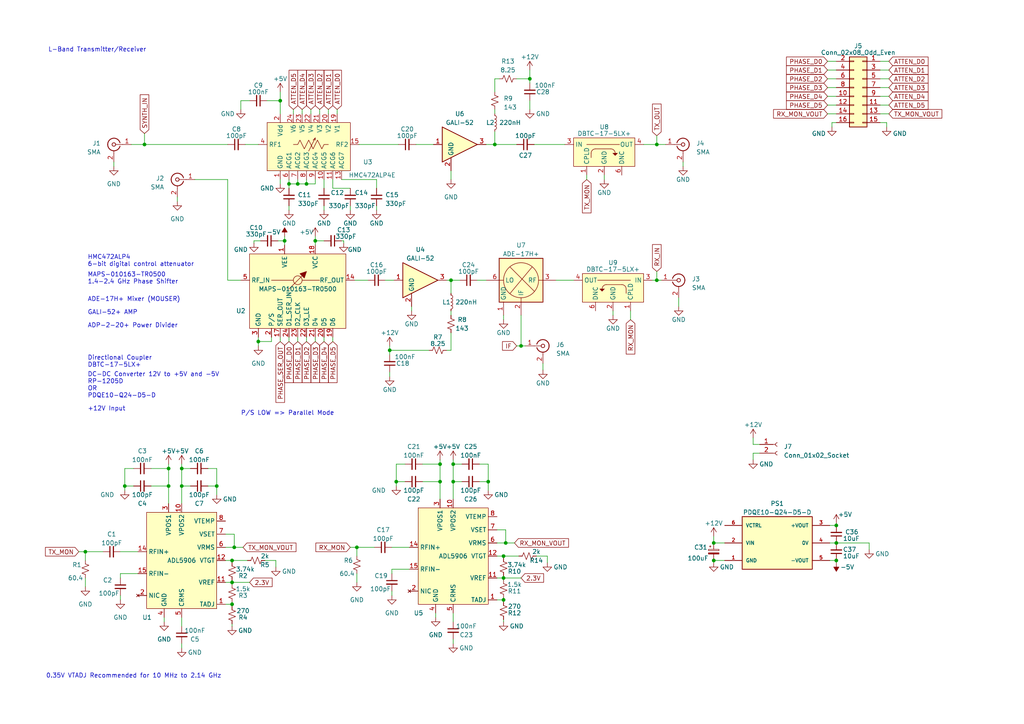
<source format=kicad_sch>
(kicad_sch (version 20230121) (generator eeschema)
  (paper "A4")
  (title_block (title "L-Band Brige") (date "2023-05-21") (rev "1.0") (company "OpenEPR") (comment 1 "Timothy Keller"))
  (junction (at 86.36 53.34))
  (junction (at 52.705 140.97))
  (junction (at 127.635 134.62))
  (junction (at 153.67 22.86))
  (junction (at 141.605 139.7))
  (junction (at 242.57 162.56))
  (junction (at 127.635 139.7))
  (junction (at 74.93 99.06))
  (junction (at 52.705 135.89))
  (junction (at 103.505 158.75))
  (junction (at 242.57 157.48))
  (junction (at 146.05 167.64))
  (junction (at 190.5 41.91))
  (junction (at 114.935 139.7))
  (junction (at 143.51 41.91))
  (junction (at 146.05 173.99))
  (junction (at 131.445 134.62))
  (junction (at 36.195 140.97))
  (junction (at 88.9 53.34))
  (junction (at 24.765 160.02))
  (junction (at 48.895 135.89))
  (junction (at 146.05 161.29))
  (junction (at 83.82 53.34))
  (junction (at 146.685 157.48))
  (junction (at 190.5 81.28))
  (junction (at 130.81 81.28))
  (junction (at 67.31 175.26))
  (junction (at 113.03 101.6))
  (junction (at 82.55 69.85))
  (junction (at 81.28 29.21))
  (junction (at 91.44 69.85))
  (junction (at 207.01 157.48))
  (junction (at 242.57 152.4))
  (junction (at 62.865 140.97))
  (junction (at 67.31 168.91))
  (junction (at 67.945 158.75))
  (junction (at 41.91 41.91))
  (junction (at 67.31 162.56))
  (junction (at 151.13 100.33))
  (junction (at 131.445 139.7))
  (junction (at 48.895 140.97))
  (junction (at 207.01 162.56))
  (wire (pts (xy 240.03 33.02) (xy 242.57 33.02)))
  (wire (pts (xy 146.05 91.44) (xy 146.05 92.71)))
  (wire (pts (xy 91.44 97.79) (xy 91.44 99.06)))
  (wire (pts (xy 62.865 135.89) (xy 62.865 140.97)))
  (wire (pts (xy 81.28 26.67) (xy 81.28 29.21)))
  (wire (pts (xy 122.555 134.62) (xy 127.635 134.62)))
  (wire (pts (xy 146.05 173.355) (xy 146.05 173.99)))
  (wire (pts (xy 144.145 153.67) (xy 146.685 153.67)))
  (wire (pts (xy 240.03 30.48) (xy 242.57 30.48)))
  (wire (pts (xy 52.705 140.97) (xy 55.245 140.97)))
  (wire (pts (xy 67.945 158.75) (xy 70.485 158.75)))
  (wire (pts (xy 67.31 180.975) (xy 67.31 181.61)))
  (wire (pts (xy 240.03 25.4) (xy 242.57 25.4)))
  (wire (pts (xy 207.01 155.575) (xy 207.01 157.48)))
  (wire (pts (xy 182.88 90.17) (xy 182.88 92.71)))
  (wire (pts (xy 220.345 131.445) (xy 218.44 131.445)))
  (wire (pts (xy 146.05 173.99) (xy 146.05 174.625)))
  (wire (pts (xy 175.26 50.8) (xy 175.26 52.07)))
  (wire (pts (xy 52.705 135.89) (xy 55.245 135.89)))
  (wire (pts (xy 146.05 167.64) (xy 144.145 167.64)))
  (wire (pts (xy 131.445 133.35) (xy 131.445 134.62)))
  (wire (pts (xy 255.27 35.56) (xy 257.175 35.56)))
  (wire (pts (xy 67.31 174.625) (xy 67.31 175.26)))
  (wire (pts (xy 240.03 27.94) (xy 242.57 27.94)))
  (wire (pts (xy 240.665 157.48) (xy 242.57 157.48)))
  (wire (pts (xy 60.325 135.89) (xy 62.865 135.89)))
  (wire (pts (xy 220.345 128.905) (xy 218.44 128.905)))
  (wire (pts (xy 126.365 177.8) (xy 126.365 179.07)))
  (wire (pts (xy 75.565 69.85) (xy 73.66 69.85)))
  (wire (pts (xy 130.81 101.6) (xy 129.54 101.6)))
  (wire (pts (xy 93.98 97.79) (xy 93.98 99.06)))
  (wire (pts (xy 60.325 140.97) (xy 62.865 140.97)))
  (wire (pts (xy 99.695 69.85) (xy 99.06 69.85)))
  (wire (pts (xy 154.94 41.91) (xy 163.83 41.91)))
  (wire (pts (xy 51.435 57.15) (xy 51.435 58.42)))
  (wire (pts (xy 103.505 166.37) (xy 103.505 168.91)))
  (wire (pts (xy 114.935 139.7) (xy 114.935 140.97)))
  (wire (pts (xy 161.29 81.28) (xy 166.37 81.28)))
  (wire (pts (xy 67.31 162.56) (xy 67.31 163.195)))
  (wire (pts (xy 38.1 41.91) (xy 41.91 41.91)))
  (wire (pts (xy 41.91 41.91) (xy 66.04 41.91)))
  (wire (pts (xy 41.91 38.735) (xy 41.91 41.91)))
  (wire (pts (xy 108.585 158.75) (xy 103.505 158.75)))
  (wire (pts (xy 240.03 17.78) (xy 242.57 17.78)))
  (wire (pts (xy 143.51 31.75) (xy 143.51 33.02)))
  (wire (pts (xy 146.685 153.67) (xy 146.685 157.48)))
  (wire (pts (xy 240.665 162.56) (xy 242.57 162.56)))
  (wire (pts (xy 67.945 154.94) (xy 67.945 158.75)))
  (wire (pts (xy 80.01 162.56) (xy 76.835 162.56)))
  (wire (pts (xy 240.03 20.32) (xy 242.57 20.32)))
  (wire (pts (xy 141.605 139.7) (xy 141.605 142.24)))
  (wire (pts (xy 71.12 41.91) (xy 74.93 41.91)))
  (wire (pts (xy 93.98 52.07) (xy 93.98 54.61)))
  (wire (pts (xy 218.44 131.445) (xy 218.44 133.35)))
  (wire (pts (xy 93.98 59.69) (xy 93.98 60.96)))
  (wire (pts (xy 117.475 134.62) (xy 114.935 134.62)))
  (wire (pts (xy 207.01 162.56) (xy 210.185 162.56)))
  (wire (pts (xy 74.93 97.79) (xy 74.93 99.06)))
  (wire (pts (xy 24.765 160.02) (xy 24.765 162.56)))
  (wire (pts (xy 109.22 59.69) (xy 109.22 60.96)))
  (wire (pts (xy 43.815 135.89) (xy 48.895 135.89)))
  (wire (pts (xy 113.03 101.6) (xy 124.46 101.6)))
  (wire (pts (xy 240.03 22.86) (xy 242.57 22.86)))
  (wire (pts (xy 56.515 52.07) (xy 66.04 52.07)))
  (wire (pts (xy 34.925 167.64) (xy 34.925 166.37)))
  (wire (pts (xy 113.03 107.95) (xy 113.03 109.22)))
  (wire (pts (xy 131.445 139.7) (xy 133.985 139.7)))
  (wire (pts (xy 131.445 177.8) (xy 131.445 180.34)))
  (wire (pts (xy 130.81 49.53) (xy 130.81 52.07)))
  (wire (pts (xy 65.405 162.56) (xy 67.31 162.56)))
  (wire (pts (xy 255.27 17.78) (xy 257.81 17.78)))
  (wire (pts (xy 158.75 163.195) (xy 158.75 161.29)))
  (wire (pts (xy 153.67 20.32) (xy 153.67 22.86)))
  (wire (pts (xy 24.765 167.64) (xy 24.765 170.18)))
  (wire (pts (xy 131.445 134.62) (xy 133.985 134.62)))
  (wire (pts (xy 138.43 81.28) (xy 140.97 81.28)))
  (wire (pts (xy 96.52 52.07) (xy 96.52 54.61)))
  (wire (pts (xy 242.57 35.56) (xy 241.3 35.56)))
  (wire (pts (xy 91.44 53.34) (xy 88.9 53.34)))
  (wire (pts (xy 67.31 168.91) (xy 72.39 168.91)))
  (wire (pts (xy 146.05 161.29) (xy 146.05 161.925)))
  (wire (pts (xy 109.22 52.07) (xy 109.22 54.61)))
  (wire (pts (xy 77.47 29.21) (xy 81.28 29.21)))
  (wire (pts (xy 196.85 86.36) (xy 196.85 88.9)))
  (wire (pts (xy 38.735 135.89) (xy 36.195 135.89)))
  (wire (pts (xy 103.505 158.75) (xy 103.505 161.29)))
  (wire (pts (xy 114.935 134.62) (xy 114.935 139.7)))
  (wire (pts (xy 52.705 134.62) (xy 52.705 135.89)))
  (wire (pts (xy 91.44 69.85) (xy 93.98 69.85)))
  (wire (pts (xy 255.27 30.48) (xy 257.81 30.48)))
  (wire (pts (xy 151.13 91.44) (xy 151.13 100.33)))
  (wire (pts (xy 36.195 140.97) (xy 36.195 142.24)))
  (wire (pts (xy 143.51 41.91) (xy 149.86 41.91)))
  (wire (pts (xy 86.36 52.07) (xy 86.36 53.34)))
  (wire (pts (xy 87.63 31.75) (xy 87.63 33.02)))
  (wire (pts (xy 190.5 39.37) (xy 190.5 41.91)))
  (wire (pts (xy 139.065 134.62) (xy 141.605 134.62)))
  (wire (pts (xy 36.195 135.89) (xy 36.195 140.97)))
  (wire (pts (xy 141.605 134.62) (xy 141.605 139.7)))
  (wire (pts (xy 177.8 90.17) (xy 177.8 91.44)))
  (wire (pts (xy 255.27 20.32) (xy 257.81 20.32)))
  (wire (pts (xy 34.925 160.02) (xy 40.005 160.02)))
  (wire (pts (xy 113.665 165.1) (xy 118.745 165.1)))
  (wire (pts (xy 34.925 172.72) (xy 34.925 173.99)))
  (wire (pts (xy 104.14 41.91) (xy 115.57 41.91)))
  (wire (pts (xy 198.12 46.99) (xy 198.12 48.26)))
  (wire (pts (xy 52.705 186.69) (xy 52.705 187.96)))
  (wire (pts (xy 74.93 99.06) (xy 78.74 99.06)))
  (wire (pts (xy 99.695 70.485) (xy 99.695 69.85)))
  (wire (pts (xy 146.685 157.48) (xy 149.225 157.48)))
  (wire (pts (xy 96.52 54.61) (xy 101.6 54.61)))
  (wire (pts (xy 86.36 97.79) (xy 86.36 99.06)))
  (wire (pts (xy 43.815 140.97) (xy 48.895 140.97)))
  (wire (pts (xy 90.17 31.75) (xy 90.17 33.02)))
  (wire (pts (xy 117.475 139.7) (xy 114.935 139.7)))
  (wire (pts (xy 33.02 46.99) (xy 33.02 48.26)))
  (wire (pts (xy 102.87 81.28) (xy 106.68 81.28)))
  (wire (pts (xy 146.05 179.705) (xy 146.05 180.34)))
  (wire (pts (xy 119.38 88.9) (xy 119.38 90.17)))
  (wire (pts (xy 65.405 175.26) (xy 67.31 175.26)))
  (wire (pts (xy 83.82 97.79) (xy 83.82 99.06)))
  (wire (pts (xy 143.51 41.91) (xy 143.51 38.1)))
  (wire (pts (xy 101.6 59.69) (xy 101.6 60.96)))
  (wire (pts (xy 144.145 161.29) (xy 146.05 161.29)))
  (wire (pts (xy 241.3 35.56) (xy 241.3 36.83)))
  (wire (pts (xy 113.665 158.75) (xy 118.745 158.75)))
  (wire (pts (xy 129.54 81.28) (xy 130.81 81.28)))
  (wire (pts (xy 83.82 59.69) (xy 83.82 60.96)))
  (wire (pts (xy 130.81 81.28) (xy 133.35 81.28)))
  (wire (pts (xy 190.5 41.91) (xy 193.04 41.91)))
  (wire (pts (xy 38.735 140.97) (xy 36.195 140.97)))
  (wire (pts (xy 101.6 158.75) (xy 103.505 158.75)))
  (wire (pts (xy 255.27 25.4) (xy 257.81 25.4)))
  (wire (pts (xy 74.93 99.06) (xy 74.93 100.33)))
  (wire (pts (xy 186.69 41.91) (xy 190.5 41.91)))
  (wire (pts (xy 242.57 162.56) (xy 242.57 163.195)))
  (wire (pts (xy 34.925 166.37) (xy 40.005 166.37)))
  (wire (pts (xy 48.895 135.89) (xy 48.895 140.97)))
  (wire (pts (xy 252.095 159.385) (xy 252.095 157.48)))
  (wire (pts (xy 149.86 22.86) (xy 153.67 22.86)))
  (wire (pts (xy 88.9 97.79) (xy 88.9 99.06)))
  (wire (pts (xy 67.31 168.275) (xy 67.31 168.91)))
  (wire (pts (xy 122.555 139.7) (xy 127.635 139.7)))
  (wire (pts (xy 82.55 69.85) (xy 82.55 71.12)))
  (wire (pts (xy 67.945 158.75) (xy 65.405 158.75)))
  (wire (pts (xy 242.57 151.765) (xy 242.57 152.4)))
  (wire (pts (xy 81.28 52.07) (xy 81.28 53.34)))
  (wire (pts (xy 91.44 69.85) (xy 91.44 71.12)))
  (wire (pts (xy 189.23 81.28) (xy 190.5 81.28)))
  (wire (pts (xy 190.5 81.28) (xy 191.77 81.28)))
  (wire (pts (xy 52.705 179.07) (xy 52.705 181.61)))
  (wire (pts (xy 207.01 157.48) (xy 210.185 157.48)))
  (wire (pts (xy 22.86 160.02) (xy 24.765 160.02)))
  (wire (pts (xy 78.74 97.79) (xy 78.74 99.06)))
  (wire (pts (xy 47.625 179.07) (xy 47.625 180.34)))
  (wire (pts (xy 67.31 168.91) (xy 65.405 168.91)))
  (wire (pts (xy 127.635 139.7) (xy 127.635 144.78)))
  (wire (pts (xy 86.36 53.34) (xy 88.9 53.34)))
  (wire (pts (xy 111.76 81.28) (xy 114.3 81.28)))
  (wire (pts (xy 99.06 52.07) (xy 109.22 52.07)))
  (wire (pts (xy 146.05 167.64) (xy 151.13 167.64)))
  (wire (pts (xy 158.75 161.29) (xy 155.575 161.29)))
  (wire (pts (xy 255.27 22.86) (xy 257.81 22.86)))
  (wire (pts (xy 88.9 52.07) (xy 88.9 53.34)))
  (wire (pts (xy 81.28 29.21) (xy 81.28 33.02)))
  (wire (pts (xy 52.705 135.89) (xy 52.705 140.97)))
  (wire (pts (xy 151.13 100.33) (xy 152.4 100.33)))
  (wire (pts (xy 130.81 81.28) (xy 130.81 85.09)))
  (wire (pts (xy 252.095 157.48) (xy 242.57 157.48)))
  (wire (pts (xy 83.82 52.07) (xy 83.82 53.34)))
  (wire (pts (xy 130.81 90.17) (xy 130.81 91.44)))
  (wire (pts (xy 72.39 29.21) (xy 69.85 29.21)))
  (wire (pts (xy 91.44 68.58) (xy 91.44 69.85)))
  (wire (pts (xy 85.09 31.75) (xy 85.09 33.02)))
  (wire (pts (xy 52.705 140.97) (xy 52.705 146.05)))
  (wire (pts (xy 113.665 166.37) (xy 113.665 165.1)))
  (wire (pts (xy 113.03 100.33) (xy 113.03 101.6)))
  (wire (pts (xy 29.845 160.02) (xy 24.765 160.02)))
  (wire (pts (xy 153.67 22.86) (xy 153.67 24.13)))
  (wire (pts (xy 83.82 53.34) (xy 83.82 54.61)))
  (wire (pts (xy 67.31 175.26) (xy 67.31 175.895)))
  (wire (pts (xy 143.51 26.67) (xy 143.51 22.86)))
  (wire (pts (xy 73.66 69.85) (xy 73.66 70.485)))
  (wire (pts (xy 255.27 33.02) (xy 257.81 33.02)))
  (wire (pts (xy 62.865 140.97) (xy 62.865 143.51)))
  (wire (pts (xy 113.665 171.45) (xy 113.665 172.72)))
  (wire (pts (xy 69.85 29.21) (xy 69.85 31.75)))
  (wire (pts (xy 146.685 157.48) (xy 144.145 157.48)))
  (wire (pts (xy 131.445 185.42) (xy 131.445 186.69)))
  (wire (pts (xy 80.645 69.85) (xy 82.55 69.85)))
  (wire (pts (xy 131.445 134.62) (xy 131.445 139.7)))
  (wire (pts (xy 140.97 41.91) (xy 143.51 41.91)))
  (wire (pts (xy 86.36 53.34) (xy 83.82 53.34)))
  (wire (pts (xy 157.48 105.41) (xy 157.48 107.315)))
  (wire (pts (xy 139.065 139.7) (xy 141.605 139.7)))
  (wire (pts (xy 81.28 97.79) (xy 81.28 99.06)))
  (wire (pts (xy 80.01 164.465) (xy 80.01 162.56)))
  (wire (pts (xy 127.635 134.62) (xy 127.635 139.7)))
  (wire (pts (xy 257.175 35.56) (xy 257.175 36.83)))
  (wire (pts (xy 92.71 31.75) (xy 92.71 33.02)))
  (wire (pts (xy 96.52 97.79) (xy 96.52 99.06)))
  (wire (pts (xy 67.31 169.545) (xy 67.31 168.91)))
  (wire (pts (xy 130.81 96.52) (xy 130.81 101.6)))
  (wire (pts (xy 170.18 50.8) (xy 170.18 52.07)))
  (wire (pts (xy 146.05 161.29) (xy 150.495 161.29)))
  (wire (pts (xy 127.635 133.35) (xy 127.635 134.62)))
  (wire (pts (xy 146.05 167.005) (xy 146.05 167.64)))
  (wire (pts (xy 120.65 41.91) (xy 125.73 41.91)))
  (wire (pts (xy 255.27 27.94) (xy 257.81 27.94)))
  (wire (pts (xy 131.445 139.7) (xy 131.445 144.78)))
  (wire (pts (xy 66.04 81.28) (xy 69.85 81.28)))
  (wire (pts (xy 91.44 52.07) (xy 91.44 53.34)))
  (wire (pts (xy 82.55 68.58) (xy 82.55 69.85)))
  (wire (pts (xy 207.01 162.56) (xy 207.01 163.195)))
  (wire (pts (xy 149.86 100.33) (xy 151.13 100.33)))
  (wire (pts (xy 218.44 128.905) (xy 218.44 127)))
  (wire (pts (xy 113.03 101.6) (xy 113.03 102.87)))
  (wire (pts (xy 48.895 140.97) (xy 48.895 146.05)))
  (wire (pts (xy 48.895 134.62) (xy 48.895 135.89)))
  (wire (pts (xy 65.405 154.94) (xy 67.945 154.94)))
  (wire (pts (xy 67.31 162.56) (xy 71.755 162.56)))
  (wire (pts (xy 146.05 168.275) (xy 146.05 167.64)))
  (wire (pts (xy 240.665 152.4) (xy 242.57 152.4)))
  (wire (pts (xy 144.145 173.99) (xy 146.05 173.99)))
  (wire (pts (xy 97.79 31.75) (xy 97.79 33.02)))
  (wire (pts (xy 66.04 52.07) (xy 66.04 81.28)))
  (wire (pts (xy 143.51 22.86) (xy 144.78 22.86)))
  (wire (pts (xy 153.67 29.21) (xy 153.67 31.75)))
  (wire (pts (xy 190.5 78.74) (xy 190.5 81.28)))
  (wire (pts (xy 95.25 31.75) (xy 95.25 33.02)))
  (text "GALI-52+ AMP" (at 25.4 91.44 0) (effects (font (size 1.27 1.27)) (justify left bottom)))
  (text "HMC472ALP4\n6-bit digital control attenuator" (at 25.4 77.47 0) (effects (font (size 1.27 1.27)) (justify left bottom)))
  (text "Directional Coupler\nDBTC-17-5LX+" (at 25.4 106.68 0) (effects (font (size 1.27 1.27)) (justify left bottom)))
  (text "MAPS-010163-TR0500\n1.4-2.4 GHz Phase Shifter" (at 25.4 82.55 0) (effects (font (size 1.27 1.27)) (justify left bottom)))
  (text "L-Band Transmitter/Receiver" (at 13.97 15.24 0) (effects (font (size 1.27 1.27)) (justify left bottom)))
  (text "ADP-2-20+ Power Divider" (at 25.4 95.25 0) (effects (font (size 1.27 1.27)) (justify left bottom)))
  (text "DC-DC Converter 12V to +5V and -5V\nRP-1205D\nOR\nPDQE10-Q24-D5-D" (at 25.4 115.57 0) (effects (font (size 1.27 1.27)) (justify left bottom)))
  (text "ADE-17H+ Mixer (MOUSER)" (at 25.4 87.63 0) (effects (font (size 1.27 1.27)) (justify left bottom)))
  (text "0.35V VTADJ Recommended for 10 MHz to 2.14 GHz" (at 13.335 196.85 0) (effects (font (size 1.27 1.27)) (justify left bottom)))
  (text "+12V Input" (at 25.4 119.38 0) (effects (font (size 1.27 1.27)) (justify left bottom)))
  (text "P/S LOW => Parallel Mode" (at 69.85 120.65 0) (effects (font (size 1.27 1.27)) (justify left bottom)))
  (global_label "RX_MON_VOUT" (shape input) (at 240.03 33.02 180) (property "Intersheetrefs" "${INTERSHEET_REFS}" (effects hide)))
  (global_label "2.3V" (shape input) (at 72.39 168.91 0) (property "Intersheetrefs" "${INTERSHEET_REFS}" (effects hide)))
  (global_label "RX_MON" (shape input) (at 101.6 158.75 180) (property "Intersheetrefs" "${INTERSHEET_REFS}" (effects hide)))
  (global_label "ATTEN_D0" (shape input) (at 97.79 31.75 90) (property "Intersheetrefs" "${INTERSHEET_REFS}" (effects hide)))
  (global_label "2.3V" (shape input) (at 151.13 167.64 0) (property "Intersheetrefs" "${INTERSHEET_REFS}" (effects hide)))
  (global_label "PHASE_D3" (shape input) (at 91.44 99.06 270) (property "Intersheetrefs" "${INTERSHEET_REFS}" (effects hide)))
  (global_label "PHASE_D5" (shape input) (at 96.52 99.06 270) (property "Intersheetrefs" "${INTERSHEET_REFS}" (effects hide)))
  (global_label "ATTEN_D5" (shape input) (at 85.09 31.75 90) (property "Intersheetrefs" "${INTERSHEET_REFS}" (effects hide)))
  (global_label "RX_MON_VOUT" (shape input) (at 149.225 157.48 0) (property "Intersheetrefs" "${INTERSHEET_REFS}" (effects hide)))
  (global_label "PHASE_D4" (shape input) (at 93.98 99.06 270) (property "Intersheetrefs" "${INTERSHEET_REFS}" (effects hide)))
  (global_label "ATTEN_D1" (shape input) (at 257.81 20.32 0) (property "Intersheetrefs" "${INTERSHEET_REFS}" (effects hide)))
  (global_label "ATTEN_D5" (shape input) (at 257.81 30.48 0) (property "Intersheetrefs" "${INTERSHEET_REFS}" (effects hide)))
  (global_label "TX_MON" (shape input) (at 22.86 160.02 180) (property "Intersheetrefs" "${INTERSHEET_REFS}" (effects hide)))
  (global_label "RX_MON" (shape input) (at 182.88 92.71 270) (property "Intersheetrefs" "${INTERSHEET_REFS}" (effects hide)))
  (global_label "ATTEN_D2" (shape input) (at 92.71 31.75 90) (property "Intersheetrefs" "${INTERSHEET_REFS}" (effects hide)))
  (global_label "ATTEN_D4" (shape input) (at 257.81 27.94 0) (property "Intersheetrefs" "${INTERSHEET_REFS}" (effects hide)))
  (global_label "ATTEN_D4" (shape input) (at 87.63 31.75 90) (property "Intersheetrefs" "${INTERSHEET_REFS}" (effects hide)))
  (global_label "TX_MON_VOUT" (shape input) (at 70.485 158.75 0) (property "Intersheetrefs" "${INTERSHEET_REFS}" (effects hide)))
  (global_label "TX_OUT" (shape input) (at 190.5 39.37 90) (property "Intersheetrefs" "${INTERSHEET_REFS}" (effects hide)))
  (global_label "ATTEN_D2" (shape input) (at 257.81 22.86 0) (property "Intersheetrefs" "${INTERSHEET_REFS}" (effects hide)))
  (global_label "ATTEN_D1" (shape input) (at 95.25 31.75 90) (property "Intersheetrefs" "${INTERSHEET_REFS}" (effects hide)))
  (global_label "PHASE_D2" (shape input) (at 88.9 99.06 270) (property "Intersheetrefs" "${INTERSHEET_REFS}" (effects hide)))
  (global_label "TX_MON" (shape input) (at 170.18 52.07 270) (property "Intersheetrefs" "${INTERSHEET_REFS}" (effects hide)))
  (global_label "ATTEN_D3" (shape input) (at 257.81 25.4 0) (property "Intersheetrefs" "${INTERSHEET_REFS}" (effects hide)))
  (global_label "PHASE_D5" (shape input) (at 240.03 30.48 180) (property "Intersheetrefs" "${INTERSHEET_REFS}" (effects hide)))
  (global_label "PHASE_D0" (shape input) (at 240.03 17.78 180) (property "Intersheetrefs" "${INTERSHEET_REFS}" (effects hide)))
  (global_label "PHASE_SER_OUT" (shape input) (at 81.28 99.06 270) (property "Intersheetrefs" "${INTERSHEET_REFS}" (effects hide)))
  (global_label "ATTEN_D3" (shape input) (at 90.17 31.75 90) (property "Intersheetrefs" "${INTERSHEET_REFS}" (effects hide)))
  (global_label "TX_MON_VOUT" (shape input) (at 257.81 33.02 0) (property "Intersheetrefs" "${INTERSHEET_REFS}" (effects hide)))
  (global_label "PHASE_D4" (shape input) (at 240.03 27.94 180) (property "Intersheetrefs" "${INTERSHEET_REFS}" (effects hide)))
  (global_label "IF" (shape input) (at 149.86 100.33 180) (property "Intersheetrefs" "${INTERSHEET_REFS}" (effects hide)))
  (global_label "PHASE_D3" (shape input) (at 240.03 25.4 180) (property "Intersheetrefs" "${INTERSHEET_REFS}" (effects hide)))
  (global_label "ATTEN_D0" (shape input) (at 257.81 17.78 0) (property "Intersheetrefs" "${INTERSHEET_REFS}" (effects hide)))
  (global_label "SYNTH_IN" (shape input) (at 41.91 38.735 90) (property "Intersheetrefs" "${INTERSHEET_REFS}" (effects hide)))
  (global_label "RX_IN" (shape input) (at 190.5 78.74 90) (property "Intersheetrefs" "${INTERSHEET_REFS}" (effects hide)))
  (global_label "PHASE_D1" (shape input) (at 86.36 99.06 270) (property "Intersheetrefs" "${INTERSHEET_REFS}" (effects hide)))
  (global_label "PHASE_D0" (shape input) (at 83.82 99.06 270) (property "Intersheetrefs" "${INTERSHEET_REFS}" (effects hide)))
  (global_label "PHASE_D1" (shape input) (at 240.03 20.32 180) (property "Intersheetrefs" "${INTERSHEET_REFS}" (effects hide)))
  (global_label "PHASE_D2" (shape input) (at 240.03 22.86 180) (property "Intersheetrefs" "${INTERSHEET_REFS}" (effects hide)))
  (symbol (lib_id "Device:R_Small_US") (at 67.31 165.735 180) (unit 1)
    (property "Reference" "R2" (at 70.485 167.005 0))
    (property "Value" "3.74k" (at 71.12 165.1 0))
    (property "Footprint" "Resistor_SMD:R_0402_1005Metric" (effects hide))
  )
  (symbol (lib_id "power:GND") (at 119.38 90.17 0) (unit 1)
    (property "Reference" "#PWR030" (effects hide))
    (property "Value" "GND" (at 119.38 93.98 0))
  )
  (symbol (lib_id "Device:R_Small_US") (at 147.32 22.86 90) (unit 1)
    (property "Reference" "R13" (at 147.32 17.78 90))
    (property "Value" "8.25" (at 147.32 20.32 90))
    (property "Footprint" "Resistor_SMD:R_1206_3216Metric" (effects hide))
  )
  (symbol (lib_id "Device:C_Small") (at 113.03 105.41 180) (unit 1)
    (property "Reference" "C18" (at 116.84 105.41 0))
    (property "Value" "100nF" (at 117.475 103.505 0))
    (property "Footprint" "Capacitor_SMD:C_0402_1005Metric" (effects hide))
  )
  (symbol (lib_id "Connector:Conn_Coaxial") (at 33.02 41.91 0) (mirror y) (unit 1)
    (property "Reference" "J1" (at 29.21 41.5682 0) (effects (justify left)))
    (property "Value" "SMA" (at 29.21 44.1082 0) (effects (justify left)))
    (property "Footprint" "Connector_Coaxial:SMA_Amphenol_132291_Vertical" (effects hide))
    (property "Datasheet" " ~" (effects hide))
  )
  (symbol (lib_id "power:GND") (at 114.935 140.97 0) (unit 1)
    (property "Reference" "#PWR029" (effects hide))
    (property "Value" "GND" (at 109.855 142.24 0))
  )
  (symbol (lib_id "power:GND") (at 207.01 163.195 0) (unit 1)
    (property "Reference" "#PWR050" (effects hide))
    (property "Value" "GND" (at 210.82 164.465 0))
  )
  (symbol (lib_id "Device:C_Small") (at 131.445 182.88 0) (unit 1)
    (property "Reference" "C23" (at 135.255 184.15 0))
    (property "Value" "100nF" (at 135.255 181.61 0))
    (property "Footprint" "Capacitor_SMD:C_0402_1005Metric" (effects hide))
  )
  (symbol (lib_id "Device:C_Small") (at 32.385 160.02 90) (unit 1)
    (property "Reference" "C1" (at 32.3913 154.94 90))
    (property "Value" "100pF" (at 32.3913 157.48 90))
    (property "Footprint" "Capacitor_SMD:C_0402_1005Metric" (effects hide))
  )
  (symbol (lib_id "power:GND") (at 109.22 60.96 0) (unit 1)
    (property "Reference" "#PWR025" (effects hide))
    (property "Value" "GND" (at 109.22 64.77 0))
  )
  (symbol (lib_id "Device:C_Small") (at 135.89 81.28 90) (unit 1)
    (property "Reference" "C24" (at 135.89 76.835 90))
    (property "Value" "100pF" (at 135.8963 78.74 90))
    (property "Footprint" "Capacitor_SMD:C_0402_1005Metric" (effects hide))
  )
  (symbol (lib_id "_tim-RF:ADE-17H+") (at 151.13 81.28 0) (unit 1)
    (property "Reference" "U7" (at 151.13 71.12 0))
    (property "Value" "ADE-17H+" (at 151.13 73.66 0))
    (property "Footprint" "RF_Mini-Circuits:Mini-Circuits_CD542_LandPatternPL-052" (effects hide))
    (property "Datasheet" "https://www.minicircuits.com/pdfs/ADE-6.pdf" (effects hide))
  )
  (symbol (lib_id "Device:R_Small_US") (at 24.765 165.1 180) (unit 1)
    (property "Reference" "R1" (at 20.955 163.83 0) (effects (justify right)))
    (property "Value" "60.4" (at 19.685 167.64 0) (effects (justify right)))
    (property "Footprint" "Resistor_SMD:R_0603_1608Metric" (effects hide))
  )
  (symbol (lib_id "power:GND") (at 34.925 173.99 0) (unit 1)
    (property "Reference" "#PWR03" (effects hide))
    (property "Value" "GND" (at 34.925 179.07 0))
  )
  (symbol (lib_id "Device:C_Small") (at 120.015 134.62 270) (unit 1)
    (property "Reference" "C21" (at 120.015 129.54 90))
    (property "Value" "100nF" (at 120.015 132.08 90))
    (property "Footprint" "Capacitor_SMD:C_0402_1005Metric" (effects hide))
  )
  (symbol (lib_id "_tim-RF:DBTC-17-5LX+") (at 175.26 41.91 0) (unit 1)
    (property "Reference" "U8" (at 175.26 36.83 0))
    (property "Value" "DBTC-17-5LX+" (at 175.26 38.735 0))
    (property "Footprint" "_tim-RF-Mini-Circuits:DBTC-17-5LX+" (effects hide))
    (property "Datasheet" "https://www.minicircuits.com/pdfs/DBTC-17-5LX+.pdf" (effects hide))
  )
  (symbol (lib_id "Connector:Conn_01x02_Socket") (at 225.425 128.905 0) (unit 1)
    (property "Reference" "J7" (at 227.33 129.54 0) (effects (justify left)))
    (property "Value" "Conn_01x02_Socket" (at 227.33 132.08 0) (effects (justify left)))
  )
  (symbol (lib_id "Device:C_Small") (at 93.98 57.15 180) (unit 1)
    (property "Reference" "C12" (at 95.885 55.88 0) (effects (justify right)))
    (property "Value" "330pF" (at 95.25 59.69 0) (effects (justify right)))
    (property "Footprint" "Capacitor_SMD:C_0402_1005Metric" (effects hide))
  )
  (symbol (lib_name "DBTC-17-5LX+_1") (lib_id "_tim-RF:DBTC-17-5LX+") (at 177.8 81.28 0) (mirror y) (unit 1)
    (property "Reference" "U9" (at 177.8 76.2 0))
    (property "Value" "DBTC-17-5LX+" (at 177.8 78.105 0))
    (property "Footprint" "_tim-RF-Mini-Circuits:DBTC-17-5LX+" (effects hide))
    (property "Datasheet" "https://www.minicircuits.com/pdfs/DBTC-17-5LX+.pdf" (effects hide))
  )
  (symbol (lib_id "RF_Amplifier:GALI-52") (at 133.35 41.91 0) (unit 1)
    (property "Reference" "U6" (at 133.35 33.02 0))
    (property "Value" "GALI-52" (at 133.35 35.56 0))
    (property "Footprint" "Package_TO_SOT_SMD:SOT-89-3" (effects hide))
    (property "Datasheet" "https://www.minicircuits.com/pdfs/GALI-52+.pdf" (effects hide))
  )
  (symbol (lib_id "Device:C_Small") (at 120.015 139.7 90) (unit 1)
    (property "Reference" "C22" (at 120.015 144.78 90))
    (property "Value" "100pF" (at 120.015 142.24 90))
    (property "Footprint" "Capacitor_SMD:C_0402_1005Metric" (effects hide))
  )
  (symbol (lib_id "Device:C_Small") (at 41.275 135.89 270) (unit 1)
    (property "Reference" "C3" (at 41.275 130.81 90))
    (property "Value" "100nF" (at 41.275 133.35 90))
    (property "Footprint" "Capacitor_SMD:C_0402_1005Metric" (effects hide))
  )
  (symbol (lib_id "_tim-RF:HMC472ALP4E") (at 90.17 41.91 0) (unit 1)
    (property "Reference" "U3" (at 106.68 46.99 0))
    (property "Value" "HMC472ALP4E" (at 107.95 50.8 0))
    (property "Footprint" "Package_DFN_QFN:QFN-24-1EP_4x4mm_P0.5mm_EP2.7x2.7mm_ThermalVias" (effects hide))
    (property "Datasheet" "https://www.analog.com/media/en/technical-documentation/data-sheets/hmc472a.pdf" (effects hide))
  )
  (symbol (lib_id "Device:C_Small") (at 136.525 134.62 270) (unit 1)
    (property "Reference" "C25" (at 136.525 129.54 90))
    (property "Value" "100nF" (at 136.525 132.08 90))
    (property "Footprint" "Capacitor_SMD:C_0402_1005Metric" (effects hide))
  )
  (symbol (lib_id "power:GND") (at 62.865 143.51 0) (unit 1)
    (property "Reference" "#PWR010" (effects hide))
    (property "Value" "GND" (at 66.675 144.78 0))
  )
  (symbol (lib_id "power:+5V") (at 52.705 134.62 0) (unit 1)
    (property "Reference" "#PWR08" (effects hide))
    (property "Value" "+5V" (at 52.705 130.81 0))
  )
  (symbol (lib_id "power:-5V") (at 82.55 68.58 0) (unit 1)
    (property "Reference" "#PWR018" (effects hide))
    (property "Value" "-5V" (at 79.375 67.31 0))
  )
  (symbol (lib_id "power:GND") (at 47.625 180.34 0) (unit 1)
    (property "Reference" "#PWR05" (effects hide))
    (property "Value" "GND" (at 47.625 185.42 0))
  )
  (symbol (lib_id "Device:C_Small") (at 109.22 81.28 90) (unit 1)
    (property "Reference" "C16" (at 109.22 76.835 90))
    (property "Value" "100pF" (at 109.2263 78.74 90))
    (property "Footprint" "Capacitor_SMD:C_0402_1005Metric" (effects hide))
  )
  (symbol (lib_id "power:GND") (at 146.05 92.71 0) (unit 1)
    (property "Reference" "#PWR037" (effects hide))
    (property "Value" "GND" (at 146.05 96.52 0))
  )
  (symbol (lib_id "Device:C_Small") (at 78.105 69.85 270) (unit 1)
    (property "Reference" "C10" (at 74.295 66.04 90))
    (property "Value" "330pF" (at 74.295 67.945 90))
    (property "Footprint" "Capacitor_SMD:C_0402_1005Metric" (effects hide))
  )
  (symbol (lib_id "power:GND") (at 157.48 107.315 0) (unit 1)
    (property "Reference" "#PWR046" (effects hide))
    (property "Value" "GND" (at 157.48 111.125 0))
  )
  (symbol (lib_id "power:GND") (at 99.695 70.485 0) (unit 1)
    (property "Reference" "#PWR022" (effects hide))
    (property "Value" "GND" (at 102.87 72.39 0))
  )
  (symbol (lib_id "power:GND") (at 218.44 133.35 0) (unit 1)
    (property "Reference" "#PWR047" (effects hide))
    (property "Value" "GND" (at 222.25 134.62 0))
  )
  (symbol (lib_id "power:GND") (at 196.85 88.9 0) (unit 1)
    (property "Reference" "#PWR044" (effects hide))
    (property "Value" "GND" (at 196.85 92.71 0))
  )
  (symbol (lib_id "Device:C_Small") (at 113.665 168.91 0) (unit 1)
    (property "Reference" "C19" (at 108.585 167.005 0) (effects (justify left)))
    (property "Value" "100pF" (at 107.315 170.815 0) (effects (justify left)))
    (property "Footprint" "Capacitor_SMD:C_0402_1005Metric" (effects hide))
  )
  (symbol (lib_id "power:+5V") (at 127.635 133.35 0) (unit 1)
    (property "Reference" "#PWR032" (effects hide))
    (property "Value" "+5V" (at 127.635 129.54 0))
  )
  (symbol (lib_id "Device:C_Small") (at 242.57 160.02 180) (unit 1)
    (property "Reference" "C37" (at 244.475 159.385 0) (effects (justify right)))
    (property "Value" "10uF" (at 244.475 161.29 0) (effects (justify right)))
  )
  (symbol (lib_id "Device:C_Small") (at 41.275 140.97 90) (unit 1)
    (property "Reference" "C4" (at 41.275 146.05 90))
    (property "Value" "100pF" (at 41.275 143.51 90))
    (property "Footprint" "Capacitor_SMD:C_0402_1005Metric" (effects hide))
  )
  (symbol (lib_id "Device:C_Small") (at 68.58 41.91 90) (unit 1)
    (property "Reference" "C8" (at 68.58 37.465 90))
    (property "Value" "100pF" (at 68.5863 39.37 90))
    (property "Footprint" "Capacitor_SMD:C_0402_1005Metric" (effects hide))
  )
  (symbol (lib_id "power:GND") (at 141.605 142.24 0) (unit 1)
    (property "Reference" "#PWR036" (effects hide))
    (property "Value" "GND" (at 145.415 143.51 0))
  )
  (symbol (lib_id "Device:C_Small") (at 111.125 158.75 90) (unit 1)
    (property "Reference" "C17" (at 111.1313 153.67 90))
    (property "Value" "100pF" (at 111.1313 156.21 90))
    (property "Footprint" "Capacitor_SMD:C_0402_1005Metric" (effects hide))
  )
  (symbol (lib_id "Device:R_Small_US") (at 67.31 178.435 0) (unit 1)
    (property "Reference" "R4" (at 70.485 179.07 0))
    (property "Value" "270" (at 70.485 177.165 0))
    (property "Footprint" "Resistor_SMD:R_0402_1005Metric" (effects hide))
  )
  (symbol (lib_id "Device:L_Small") (at 143.51 35.56 0) (unit 1)
    (property "Reference" "L2" (at 140.97 35.56 0) (effects (justify left)))
    (property "Value" "220nH" (at 144.78 35.56 0) (effects (justify left)))
  )
  (symbol (lib_id "Device:C_Small") (at 34.925 170.18 0) (unit 1)
    (property "Reference" "C2" (at 29.845 168.275 0) (effects (justify left)))
    (property "Value" "100pF" (at 28.575 172.085 0) (effects (justify left)))
    (property "Footprint" "Capacitor_SMD:C_0402_1005Metric" (effects hide))
  )
  (symbol (lib_id "Device:C_Small") (at 57.785 140.97 90) (unit 1)
    (property "Reference" "C7" (at 57.785 146.05 90))
    (property "Value" "100pF" (at 57.785 143.51 90))
    (property "Footprint" "Capacitor_SMD:C_0402_1005Metric" (effects hide))
  )
  (symbol (lib_id "power:GND") (at 81.28 53.34 0) (unit 1)
    (property "Reference" "#PWR017" (effects hide))
    (property "Value" "GND" (at 77.47 54.61 0))
  )
  (symbol (lib_id "Connector:Conn_Coaxial") (at 157.48 100.33 0) (unit 1)
    (property "Reference" "J6" (at 161.29 99.9882 0) (effects (justify left)))
    (property "Value" "SMA" (at 161.29 102.5282 0) (effects (justify left)))
    (property "Footprint" "Connector_Coaxial:SMA_Amphenol_132291_Vertical" (effects hide))
    (property "Datasheet" " ~" (effects hide))
  )
  (symbol (lib_id "power:GND") (at 158.75 163.195 0) (unit 1)
    (property "Reference" "#PWR041" (effects hide))
    (property "Value" "GND" (at 162.56 164.465 0))
  )
  (symbol (lib_id "Device:C_Small") (at 52.705 184.15 0) (unit 1)
    (property "Reference" "C5" (at 56.515 185.42 0))
    (property "Value" "100nF" (at 56.515 182.88 0))
    (property "Footprint" "Capacitor_SMD:C_0402_1005Metric" (effects hide))
  )
  (symbol (lib_id "power:GND") (at 131.445 186.69 0) (unit 1)
    (property "Reference" "#PWR035" (effects hide))
    (property "Value" "GND" (at 135.255 187.96 0))
  )
  (symbol (lib_id "power:GND") (at 126.365 179.07 0) (unit 1)
    (property "Reference" "#PWR031" (effects hide))
    (property "Value" "GND" (at 126.365 184.15 0))
  )
  (symbol (lib_id "power:+5V") (at 48.895 134.62 0) (unit 1)
    (property "Reference" "#PWR06" (effects hide))
    (property "Value" "+5V" (at 48.895 130.81 0))
  )
  (symbol (lib_id "power:-5V") (at 242.57 163.195 180) (unit 1)
    (property "Reference" "#PWR057" (effects hide))
    (property "Value" "-5V" (at 245.745 164.465 0))
  )
  (symbol (lib_id "Device:C_Small") (at 74.93 29.21 270) (unit 1)
    (property "Reference" "C9" (at 74.93 24.765 90))
    (property "Value" "100nF" (at 74.93 26.67 90))
    (property "Footprint" "Capacitor_SMD:C_0402_1005Metric" (effects hide))
  )
  (symbol (lib_id "power:GND") (at 24.765 170.18 0) (unit 1)
    (property "Reference" "#PWR01" (effects hide))
    (property "Value" "GND" (at 24.765 175.26 0))
  )
  (symbol (lib_id "Device:R_Small_US") (at 103.505 163.83 180) (unit 1)
    (property "Reference" "R6" (at 99.695 162.56 0) (effects (justify right)))
    (property "Value" "60.4" (at 98.425 166.37 0) (effects (justify right)))
    (property "Footprint" "Resistor_SMD:R_0402_1005Metric" (effects hide))
  )
  (symbol (lib_id "power:+5V") (at 91.44 68.58 0) (unit 1)
    (property "Reference" "#PWR020" (effects hide))
    (property "Value" "+5V" (at 88.9 67.31 0))
  )
  (symbol (lib_id "power:GND") (at 52.705 187.96 0) (unit 1)
    (property "Reference" "#PWR09" (effects hide))
    (property "Value" "GND" (at 56.515 189.23 0))
  )
  (symbol (lib_id "Device:C_Polarized_Small") (at 207.01 160.02 0) (unit 1)
    (property "Reference" "C31" (at 201.295 158.75 0) (effects (justify left)))
    (property "Value" "100uF" (at 199.39 161.925 0) (effects (justify left)))
  )
  (symbol (lib_id "power:GND") (at 69.85 31.75 0) (unit 1)
    (property "Reference" "#PWR012" (effects hide))
    (property "Value" "GND" (at 66.04 33.02 0))
  )
  (symbol (lib_id "power:+12V") (at 113.03 100.33 0) (unit 1)
    (property "Reference" "#PWR026" (effects hide))
    (property "Value" "+12V" (at 113.03 96.52 0))
  )
  (symbol (lib_id "Connector:Conn_Coaxial") (at 196.85 81.28 0) (unit 1)
    (property "Reference" "J3" (at 200.66 80.9382 0) (effects (justify left)))
    (property "Value" "SMA" (at 200.66 83.4782 0) (effects (justify left)))
    (property "Footprint" "Connector_Coaxial:SMA_Amphenol_132291_Vertical" (effects hide))
    (property "Datasheet" " ~" (effects hide))
  )
  (symbol (lib_id "power:GND") (at 241.3 36.83 0) (unit 1)
    (property "Reference" "#PWR055" (effects hide))
    (property "Value" "GND" (at 237.49 38.735 0))
  )
  (symbol (lib_id "power:GND") (at 113.03 109.22 0) (unit 1)
    (property "Reference" "#PWR027" (effects hide))
    (property "Value" "GND" (at 113.03 113.03 0))
  )
  (symbol (lib_id "power:GND") (at 130.81 52.07 0) (unit 1)
    (property "Reference" "#PWR033" (effects hide))
    (property "Value" "GND" (at 130.81 57.15 0))
  )
  (symbol (lib_id "power:+5V") (at 131.445 133.35 0) (unit 1)
    (property "Reference" "#PWR034" (effects hide))
    (property "Value" "+5V" (at 131.445 129.54 0))
  )
  (symbol (lib_id "power:GND") (at 36.195 142.24 0) (unit 1)
    (property "Reference" "#PWR04" (effects hide))
    (property "Value" "GND" (at 31.115 143.51 0))
  )
  (symbol (lib_id "power:GND") (at 73.66 70.485 0) (unit 1)
    (property "Reference" "#PWR013" (effects hide))
    (property "Value" "GND" (at 69.85 72.39 0))
  )
  (symbol (lib_id "power:+12V") (at 153.67 20.32 0) (unit 1)
    (property "Reference" "#PWR039" (effects hide))
    (property "Value" "+12V" (at 153.67 16.51 0))
  )
  (symbol (lib_id "power:GND") (at 33.02 48.26 0) (unit 1)
    (property "Reference" "#PWR02" (effects hide))
    (property "Value" "GND" (at 33.02 53.34 0))
  )
  (symbol (lib_id "Device:R_Small_US") (at 67.31 172.085 180) (unit 1)
    (property "Reference" "R3" (at 70.485 172.72 0))
    (property "Value" "1.5k" (at 70.485 170.815 0))
    (property "Footprint" "Resistor_SMD:R_0402_1005Metric" (effects hide))
  )
  (symbol (lib_id "RF_Amplifier:GALI-52") (at 121.92 81.28 0) (unit 1)
    (property "Reference" "U4" (at 121.92 72.39 0))
    (property "Value" "GALI-52" (at 121.92 74.93 0))
    (property "Footprint" "Package_TO_SOT_SMD:SOT-89-3" (effects hide))
    (property "Datasheet" "https://www.minicircuits.com/pdfs/GALI-52+.pdf" (effects hide))
  )
  (symbol (lib_id "power:GND") (at 74.93 100.33 0) (unit 1)
    (property "Reference" "#PWR014" (effects hide))
    (property "Value" "GND" (at 74.93 105.41 0))
  )
  (symbol (lib_id "Device:C_Small") (at 118.11 41.91 90) (unit 1)
    (property "Reference" "C20" (at 118.11 37.465 90))
    (property "Value" "100pF" (at 118.1163 39.37 90))
    (property "Footprint" "Capacitor_SMD:C_0402_1005Metric" (effects hide))
  )
  (symbol (lib_id "Device:R_Small_US") (at 153.035 161.29 270) (unit 1)
    (property "Reference" "R14" (at 155.575 162.56 90))
    (property "Value" "2k" (at 155.575 160.02 90))
    (property "Footprint" "Capacitor_SMD:C_0402_1005Metric" (effects hide))
  )
  (symbol (lib_id "power:GND") (at 101.6 60.96 0) (unit 1)
    (property "Reference" "#PWR023" (effects hide))
    (property "Value" "GND" (at 101.6 64.77 0))
  )
  (symbol (lib_id "Device:R_Small_US") (at 146.05 177.165 0) (unit 1)
    (property "Reference" "R12" (at 149.225 177.8 0))
    (property "Value" "270" (at 149.225 175.895 0))
    (property "Footprint" "Capacitor_SMD:C_0402_1005Metric" (effects hide))
  )
  (symbol (lib_id "power:GND") (at 252.095 159.385 0) (unit 1)
    (property "Reference" "#PWR059" (effects hide))
    (property "Value" "GND" (at 255.905 160.655 0))
  )
  (symbol (lib_id "Device:R_Small_US") (at 127 101.6 90) (unit 1)
    (property "Reference" "R7" (at 127 97.79 90))
    (property "Value" "8.25" (at 127 99.695 90))
    (property "Footprint" "Resistor_SMD:R_1206_3216Metric" (effects hide))
  )
  (symbol (lib_id "power:GND") (at 177.8 91.44 0) (unit 1)
    (property "Reference" "#PWR043" (effects hide))
    (property "Value" "GND" (at 177.8 95.25 0))
  )
  (symbol (lib_id "Device:C_Small") (at 83.82 57.15 180) (unit 1)
    (property "Reference" "C11" (at 86.36 56.5086 0) (effects (justify right)))
    (property "Value" "330pF" (at 86.36 59.0486 0) (effects (justify right)))
    (property "Footprint" "Capacitor_SMD:C_0402_1005Metric" (effects hide))
  )
  (symbol (lib_id "_tim-RF:MAPS-010163-TR0500") (at 86.36 81.28 0) (unit 1)
    (property "Reference" "U2" (at 69.85 90.17 0))
    (property "Value" "MAPS-010163-TR0500" (at 86.36 83.82 0))
    (property "Footprint" "Package_DFN_QFN:QFN-24-1EP_4x4mm_P0.5mm_EP2.8x2.8mm_ThermalVias" (effects hide))
    (property "Datasheet" "https://cdn.macom.com/datasheets/MAPS-010163.pdf" (effects hide))
  )
  (symbol (lib_id "power:GND") (at 80.01 164.465 0) (unit 1)
    (property "Reference" "#PWR015" (effects hide))
    (property "Value" "GND" (at 83.82 165.735 0))
  )
  (symbol (lib_id "power:GND") (at 257.175 36.83 0) (unit 1)
    (property "Reference" "#PWR062" (effects hide))
    (property "Value" "GND" (at 260.985 38.735 0))
  )
  (symbol (lib_id "Device:R_Small_US") (at 146.05 164.465 180) (unit 1)
    (property "Reference" "R10" (at 149.225 165.735 0))
    (property "Value" "3.74k" (at 149.86 163.83 0))
    (property "Footprint" "Capacitor_SMD:C_0402_1005Metric" (effects hide))
  )
  (symbol (lib_id "Device:C_Small") (at 57.785 135.89 270) (unit 1)
    (property "Reference" "C6" (at 57.785 130.81 90))
    (property "Value" "100nF" (at 57.785 133.35 90))
    (property "Footprint" "Capacitor_SMD:C_0402_1005Metric" (effects hide))
  )
  (symbol (lib_id "power:GND") (at 146.05 180.34 0) (unit 1)
    (property "Reference" "#PWR038" (effects hide))
    (property "Value" "GND" (at 149.86 181.61 0))
  )
  (symbol (lib_name "ADL5906_1") (lib_id "_tim-RF:ADL5906") (at 131.445 161.29 0) (unit 1)
    (property "Reference" "U5" (at 120.015 177.8 0) (effects (justify left)))
    (property "Value" "ADL5906" (at 131.445 161.29 0))
    (property "Footprint" "Package_DFN_QFN:QFN-16-1EP_4x4mm_P0.65mm_EP2.1x2.1mm_ThermalVias" (effects hide))
    (property "Datasheet" "https://www.analog.com/media/en/technical-documentation/data-sheets/ADL5906.pdf" (effects hide))
  )
  (symbol (lib_id "Connector:Conn_Coaxial") (at 51.435 52.07 0) (mirror y) (unit 1)
    (property "Reference" "J2" (at 47.625 51.7282 0) (effects (justify left)))
    (property "Value" "SMA" (at 47.625 54.2682 0) (effects (justify left)))
    (property "Footprint" "Connector_Coaxial:SMA_Amphenol_132291_Vertical" (effects hide))
    (property "Datasheet" " ~" (effects hide))
  )
  (symbol (lib_id "Device:R_Small_US") (at 146.05 170.815 180) (unit 1)
    (property "Reference" "R11" (at 149.225 171.45 0))
    (property "Value" "1.5k" (at 149.225 169.545 0))
    (property "Footprint" "Capacitor_SMD:C_0402_1005Metric" (effects hide))
  )
  (symbol (lib_id "power:GND") (at 83.82 60.96 0) (unit 1)
    (property "Reference" "#PWR019" (effects hide))
    (property "Value" "GND" (at 83.82 64.77 0))
  )
  (symbol (lib_id "Device:C_Small") (at 153.67 26.67 180) (unit 1)
    (property "Reference" "C28" (at 157.48 26.67 0))
    (property "Value" "100nF" (at 158.115 24.765 0))
    (property "Footprint" "Capacitor_SMD:C_0402_1005Metric" (effects hide))
  )
  (symbol (lib_id "power:+12V") (at 218.44 127 0) (unit 1)
    (property "Reference" "#PWR048" (effects hide))
    (property "Value" "+12V" (at 218.44 123.19 0))
  )
  (symbol (lib_id "power:GND") (at 153.67 31.75 0) (unit 1)
    (property "Reference" "#PWR040" (effects hide))
    (property "Value" "GND" (at 157.48 33.02 0))
  )
  (symbol (lib_id "power:GND") (at 198.12 48.26 0) (unit 1)
    (property "Reference" "#PWR045" (effects hide))
    (property "Value" "GND" (at 198.12 52.07 0))
  )
  (symbol (lib_id "power:GND") (at 93.98 60.96 0) (unit 1)
    (property "Reference" "#PWR021" (effects hide))
    (property "Value" "GND" (at 93.98 64.77 0))
  )
  (symbol (lib_id "Device:R_Small_US") (at 74.295 162.56 270) (unit 1)
    (property "Reference" "R5" (at 76.835 163.83 90))
    (property "Value" "2k" (at 76.835 161.29 90))
    (property "Footprint" "Resistor_SMD:R_0402_1005Metric" (effects hide))
  )
  (symbol (lib_id "power:+5V") (at 81.28 26.67 0) (unit 1)
    (property "Reference" "#PWR016" (effects hide))
    (property "Value" "+5V" (at 81.28 22.86 0))
  )
  (symbol (lib_id "power:+12V") (at 207.01 155.575 0) (unit 1)
    (property "Reference" "#PWR049" (effects hide))
    (property "Value" "+12V" (at 207.01 151.765 0))
  )
  (symbol (lib_id "_tim-RF:ADL5906") (at 52.705 162.56 0) (unit 1)
    (property "Reference" "U1" (at 41.275 179.07 0) (effects (justify left)))
    (property "Value" "ADL5906" (at 52.705 162.56 0))
    (property "Footprint" "Package_DFN_QFN:QFN-16-1EP_4x4mm_P0.65mm_EP2.1x2.1mm_ThermalVias" (effects hide))
    (property "Datasheet" "https://www.analog.com/media/en/technical-documentation/data-sheets/ADL5906.pdf" (effects hide))
  )
  (symbol (lib_id "Device:C_Small") (at 136.525 139.7 90) (unit 1)
    (property "Reference" "C26" (at 136.525 144.78 90))
    (property "Value" "100pF" (at 136.525 142.24 90))
    (property "Footprint" "Capacitor_SMD:C_0402_1005Metric" (effects hide))
  )
  (symbol (lib_id "Device:C_Small") (at 101.6 57.15 180) (unit 1)
    (property "Reference" "C14" (at 102.87 55.88 0) (effects (justify right)))
    (property "Value" "330pF" (at 102.87 59.69 0) (effects (justify right)))
    (property "Footprint" "Capacitor_SMD:C_0402_1005Metric" (effects hide))
  )
  (symbol (lib_id "Connector:Conn_Coaxial") (at 198.12 41.91 0) (unit 1)
    (property "Reference" "J4" (at 201.93 41.5682 0) (effects (justify left)))
    (property "Value" "SMA" (at 201.93 44.1082 0) (effects (justify left)))
    (property "Footprint" "Connector_Coaxial:SMA_Amphenol_132291_Vertical" (effects hide))
    (property "Datasheet" " ~" (effects hide))
  )
  (symbol (lib_id "Device:C_Small") (at 152.4 41.91 90) (unit 1)
    (property "Reference" "C27" (at 152.4 45.085 90))
    (property "Value" "100pF" (at 152.4063 39.37 90))
    (property "Footprint" "Capacitor_SMD:C_0402_1005Metric" (effects hide))
  )
  (symbol (lib_id "power:GND") (at 175.26 52.07 0) (unit 1)
    (property "Reference" "#PWR042" (effects hide))
    (property "Value" "GND" (at 175.26 55.88 0))
  )
  (symbol (lib_id "Device:C_Small") (at 109.22 57.15 180) (unit 1)
    (property "Reference" "C15" (at 111.76 56.5086 0) (effects (justify right)))
    (property "Value" "330pF" (at 111.76 59.0486 0) (effects (justify right)))
    (property "Footprint" "Capacitor_SMD:C_0402_1005Metric" (effects hide))
  )
  (symbol (lib_id "power:GND") (at 103.505 168.91 0) (unit 1)
    (property "Reference" "#PWR024" (effects hide))
    (property "Value" "GND" (at 103.505 173.99 0))
  )
  (symbol (lib_id "power:GND") (at 51.435 58.42 0) (unit 1)
    (property "Reference" "#PWR07" (effects hide))
    (property "Value" "GND" (at 51.435 63.5 0))
  )
  (symbol (lib_id "Device:R_Small_US") (at 130.81 93.98 0) (unit 1)
    (property "Reference" "R8" (at 132.715 92.71 0) (effects (justify left)))
    (property "Value" "143" (at 132.08 95.25 0) (effects (justify left)))
    (property "Footprint" "Resistor_SMD:R_2010_5025Metric" (effects hide))
  )
  (symbol (lib_id "power:GND") (at 67.31 181.61 0) (unit 1)
    (property "Reference" "#PWR011" (effects hide))
    (property "Value" "GND" (at 71.12 182.88 0))
  )
  (symbol (lib_id "Device:C_Small") (at 96.52 69.85 270) (unit 1)
    (property "Reference" "C13" (at 99.695 66.675 90))
    (property "Value" "330pF" (at 100.33 68.58 90))
    (property "Footprint" "Capacitor_SMD:C_0402_1005Metric" (effects hide))
  )
  (symbol (lib_id "power:+5V") (at 242.57 151.765 0) (unit 1)
    (property "Reference" "#PWR056" (effects hide))
    (property "Value" "+5V" (at 245.11 149.225 0))
  )
  (symbol (lib_id "power:GND") (at 113.665 172.72 0) (unit 1)
    (property "Reference" "#PWR028" (effects hide))
    (property "Value" "GND" (at 113.665 177.8 0))
  )
  (symbol (lib_id "Device:R_Small_US") (at 143.51 29.21 0) (unit 1)
    (property "Reference" "R9" (at 146.05 28.575 0) (effects (justify left)))
    (property "Value" "143" (at 146.05 31.115 0) (effects (justify left)))
    (property "Footprint" "Resistor_SMD:R_2010_5025Metric" (effects hide))
  )
  (symbol (lib_id "_tim-DC_DC:PDQE10-Q24-D5-D") (at 225.425 157.48 0) (unit 1)
    (property "Reference" "PS1" (at 225.425 146.05 0))
    (property "Value" "PDQE10-Q24-D5-D" (at 225.425 148.59 0))
    (property "Datasheet" "https://www.cui.com/product/resource/pdqe10-d.pdf" (effects hide))
    (property "MAXIMUM_PACKAGE_HEIGHT" "11.70mm" (effects hide))
    (property "PARTREV" "1.0" (effects hide))
    (property "MANUFACTURER" "CUI Inc." (effects hide))
    (property "STANDARD" "Manufacturer Recommendations" (effects hide))
  )
  (symbol (lib_id "Device:L_Small") (at 130.81 87.63 0) (unit 1)
    (property "Reference" "L1" (at 128.27 87.63 0) (effects (justify left)))
    (property "Value" "220nH" (at 132.08 87.63 0) (effects (justify left)))
  )
  (symbol (lib_id "Device:C_Small") (at 242.57 154.94 180) (unit 1)
    (property "Reference" "C36" (at 245.11 154.305 0) (effects (justify right)))
    (property "Value" "10uF" (at 244.475 156.21 0) (effects (justify right)))
  )
  (symbol (lib_id "Connector_Generic:Conn_02x08_Odd_Even") (at 250.19 25.4 0) (mirror y) (unit 1)
    (property "Reference" "J5" (at 248.92 13.335 0))
    (property "Value" "Conn_02x08_Odd_Even" (at 248.92 15.24 0))
    (property "Footprint" "Connector_PinHeader_2.54mm:PinHeader_2x08_P2.54mm_Vertical" (effects hide))
  )
)
</source>
